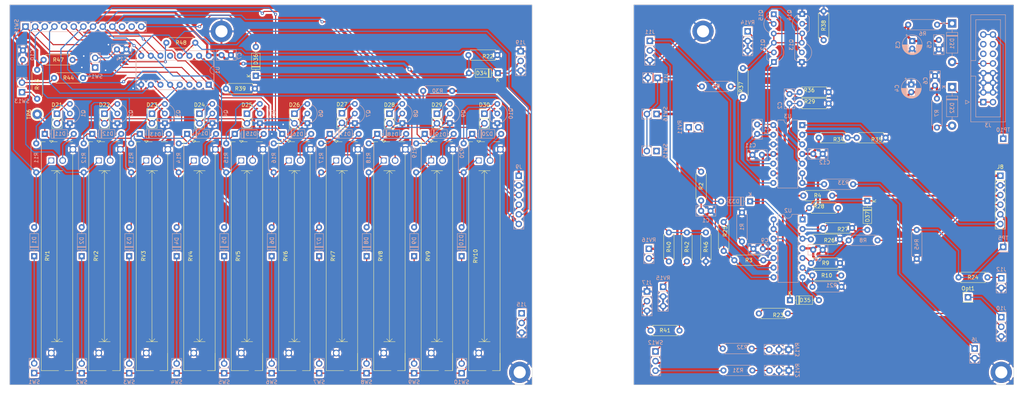
<source format=kicad_pcb>
(kicad_pcb (version 20221018) (generator pcbnew)

  (general
    (thickness 1.6)
  )

  (paper "A4")
  (title_block
    (title "Unseen Servant (Baby 10 Seq)")
  )

  (layers
    (0 "F.Cu" signal)
    (31 "B.Cu" signal)
    (32 "B.Adhes" user "B.Adhesive")
    (33 "F.Adhes" user "F.Adhesive")
    (34 "B.Paste" user)
    (35 "F.Paste" user)
    (36 "B.SilkS" user "B.Silkscreen")
    (37 "F.SilkS" user "F.Silkscreen")
    (38 "B.Mask" user)
    (39 "F.Mask" user)
    (40 "Dwgs.User" user "User.Drawings")
    (41 "Cmts.User" user "User.Comments")
    (42 "Eco1.User" user "User.Eco1")
    (43 "Eco2.User" user "User.Eco2")
    (44 "Edge.Cuts" user)
    (45 "Margin" user)
    (46 "B.CrtYd" user "B.Courtyard")
    (47 "F.CrtYd" user "F.Courtyard")
    (48 "B.Fab" user)
    (49 "F.Fab" user)
    (50 "User.1" user)
    (51 "User.2" user)
    (52 "User.3" user)
    (53 "User.4" user)
    (54 "User.5" user)
    (55 "User.6" user)
    (56 "User.7" user)
    (57 "User.8" user)
    (58 "User.9" user)
  )

  (setup
    (stackup
      (layer "F.SilkS" (type "Top Silk Screen"))
      (layer "F.Paste" (type "Top Solder Paste"))
      (layer "F.Mask" (type "Top Solder Mask") (thickness 0.01))
      (layer "F.Cu" (type "copper") (thickness 0.035))
      (layer "dielectric 1" (type "core") (thickness 1.51) (material "FR4") (epsilon_r 4.5) (loss_tangent 0.02))
      (layer "B.Cu" (type "copper") (thickness 0.035))
      (layer "B.Mask" (type "Bottom Solder Mask") (thickness 0.01))
      (layer "B.Paste" (type "Bottom Solder Paste"))
      (layer "B.SilkS" (type "Bottom Silk Screen"))
      (copper_finish "None")
      (dielectric_constraints no)
    )
    (pad_to_mask_clearance 0)
    (pcbplotparams
      (layerselection 0x00010fc_ffffffff)
      (plot_on_all_layers_selection 0x0000000_00000000)
      (disableapertmacros false)
      (usegerberextensions false)
      (usegerberattributes true)
      (usegerberadvancedattributes true)
      (creategerberjobfile true)
      (dashed_line_dash_ratio 12.000000)
      (dashed_line_gap_ratio 3.000000)
      (svgprecision 6)
      (plotframeref false)
      (viasonmask false)
      (mode 1)
      (useauxorigin false)
      (hpglpennumber 1)
      (hpglpenspeed 20)
      (hpglpendiameter 15.000000)
      (dxfpolygonmode true)
      (dxfimperialunits true)
      (dxfusepcbnewfont true)
      (psnegative false)
      (psa4output false)
      (plotreference true)
      (plotvalue true)
      (plotinvisibletext false)
      (sketchpadsonfab false)
      (subtractmaskfromsilk false)
      (outputformat 1)
      (mirror false)
      (drillshape 0)
      (scaleselection 1)
      (outputdirectory "./")
    )
  )

  (net 0 "")
  (net 1 "Net-(U2C--)")
  (net 2 "-12V")
  (net 3 "Net-(D1-K)")
  (net 4 "Net-(D1-A)")
  (net 5 "Net-(D2-K)")
  (net 6 "Net-(D2-A)")
  (net 7 "Net-(D3-K)")
  (net 8 "Net-(D3-A)")
  (net 9 "Net-(D4-K)")
  (net 10 "Net-(D4-A)")
  (net 11 "Net-(D5-K)")
  (net 12 "Net-(D5-A)")
  (net 13 "Net-(D6-K)")
  (net 14 "Net-(D6-A)")
  (net 15 "Net-(D7-K)")
  (net 16 "Net-(D7-A)")
  (net 17 "Net-(D8-K)")
  (net 18 "Net-(D8-A)")
  (net 19 "Net-(D9-K)")
  (net 20 "Net-(D9-A)")
  (net 21 "Net-(D10-K)")
  (net 22 "Net-(D10-A)")
  (net 23 "Net-(D11-A)")
  (net 24 "Net-(D12-A)")
  (net 25 "Net-(D13-A)")
  (net 26 "Net-(D14-A)")
  (net 27 "Net-(D15-A)")
  (net 28 "Net-(D16-A)")
  (net 29 "Net-(D17-A)")
  (net 30 "Net-(D18-A)")
  (net 31 "Net-(D19-A)")
  (net 32 "Net-(D20-A)")
  (net 33 "Net-(D21-K)")
  (net 34 "Net-(D21-A)")
  (net 35 "Net-(D22-K)")
  (net 36 "Net-(D23-K)")
  (net 37 "Net-(D24-K)")
  (net 38 "Net-(D25-K)")
  (net 39 "Net-(D27-K)")
  (net 40 "Net-(D28-K)")
  (net 41 "Net-(R2-Pad1)")
  (net 42 "Net-(D29-K)")
  (net 43 "Net-(D30-K)")
  (net 44 "Net-(D31-K)")
  (net 45 "Net-(D32-K)")
  (net 46 "Net-(D33-K)")
  (net 47 "Net-(R31-Pad1)")
  (net 48 "GND")
  (net 49 "unconnected-(SW11-Pad11)")
  (net 50 "unconnected-(SW11-Pad12)")
  (net 51 "Net-(D35-K)")
  (net 52 "unconnected-(J3-Pin_11-Pad11)")
  (net 53 "unconnected-(J3-Pin_12-Pad12)")
  (net 54 "unconnected-(J3-Pin_13-Pad13)")
  (net 55 "unconnected-(J3-Pin_14-Pad14)")
  (net 56 "Net-(Q1-B)")
  (net 57 "Net-(R25-Pad2)")
  (net 58 "Net-(R32-Pad1)")
  (net 59 "Net-(Q2-B)")
  (net 60 "Net-(C2-Pad1)")
  (net 61 "Net-(Q3-B)")
  (net 62 "Net-(D26-K)")
  (net 63 "Net-(Q4-B)")
  (net 64 "Net-(D31-A)")
  (net 65 "Net-(Q5-B)")
  (net 66 "Net-(D32-A)")
  (net 67 "Net-(Q6-B)")
  (net 68 "Net-(Q7-B)")
  (net 69 "Net-(D35-A)")
  (net 70 "Net-(Q8-B)")
  (net 71 "Net-(D36-A)")
  (net 72 "Net-(Q9-B)")
  (net 73 "Net-(D37-A)")
  (net 74 "Net-(Q10-B)")
  (net 75 "Net-(Q12-C)")
  (net 76 "Net-(U2A--)")
  (net 77 "Net-(U2B--)")
  (net 78 "Net-(SW12-A)")
  (net 79 "Net-(U2D--)")
  (net 80 "unconnected-(U1-Cout-Pad12)")
  (net 81 "Net-(SW14-B)")
  (net 82 "Net-(U3A-+)")
  (net 83 "RESET_IN")
  (net 84 "PIN_3_T")
  (net 85 "CLK_IN")
  (net 86 "PIN_5_B")
  (net 87 "PIN_3_B")
  (net 88 "PIN_4_B")
  (net 89 "PIN_4_T")
  (net 90 "PIN_5_T")
  (net 91 "GATE_OUT")
  (net 92 "Net-(C10-Pad1)")
  (net 93 "CLK_OUT")
  (net 94 "CASC_OUT")
  (net 95 "Net-(R43-Pad1)")
  (net 96 "CV_OUT")
  (net 97 "Net-(U3B-+)")
  (net 98 "Net-(SW12-C)")
  (net 99 "CLK_IN_N")
  (net 100 "Net-(U3A--)")
  (net 101 "Net-(J17-Pin_2)")
  (net 102 "Net-(Q12-B)")
  (net 103 "Net-(Q12-E)")
  (net 104 "Net-(Q13-B)")
  (net 105 "Net-(Q14-B)")
  (net 106 "SEQ_LV")
  (net 107 "Net-(U3B--)")
  (net 108 "PIN_6_B")
  (net 109 "PIN_6_T")
  (net 110 "+12V")
  (net 111 "Net-(R37-Pad2)")
  (net 112 "Net-(R40-Pad2)")
  (net 113 "Net-(R41-Pad1)")
  (net 114 "Net-(J3-Pin_15)")
  (net 115 "Net-(J10-Pin_1)")
  (net 116 "unconnected-(J15-Pin_1-Pad1)")
  (net 117 "unconnected-(SW15-A-Pad1)")
  (net 118 "Net-(D34-K)")
  (net 119 "Net-(SW14-A)")

  (footprint "SynthMages:SLIDE_POT_0547" (layer "F.Cu") (at 65.96 81.171374 -90))

  (footprint "Resistor_THT:R_Axial_DIN0207_L6.3mm_D2.5mm_P7.62mm_Horizontal" (layer "F.Cu") (at 199.25 74.94 -90))

  (footprint "SynthMages:SLIDE_POT_0547" (layer "F.Cu") (at 28.46 81.171374 -90))

  (footprint "Resistor_THT:R_Axial_DIN0207_L6.3mm_D2.5mm_P7.62mm_Horizontal" (layer "F.Cu") (at 209 31.69 -90))

  (footprint "Connector_PinHeader_2.54mm:PinHeader_1x02_P2.54mm_Vertical" (layer "F.Cu") (at 53.46 43.671374))

  (footprint "Resistor_THT:R_Axial_DIN0207_L6.3mm_D2.5mm_P7.62mm_Horizontal" (layer "F.Cu") (at 226.44 68.5))

  (footprint "Resistor_THT:R_Axial_DIN0207_L6.3mm_D2.5mm_P7.62mm_Horizontal" (layer "F.Cu") (at 32.56 29.5 180))

  (footprint "Resistor_THT:R_Axial_DIN0207_L6.3mm_D2.5mm_P7.62mm_Horizontal" (layer "F.Cu") (at 203.94 72.19 -90))

  (footprint "TestPoint:TestPoint_THTPad_D2.5mm_Drill1.2mm" (layer "F.Cu") (at 23.25 43.831374 90))

  (footprint "Diode_THT:D_DO-35_SOD27_P7.62mm_Horizontal" (layer "F.Cu") (at 80.79 33.698626 90))

  (footprint "Resistor_THT:R_Axial_DIN0207_L6.3mm_D2.5mm_P7.62mm_Horizontal" (layer "F.Cu") (at 198 58.94 -90))

  (footprint "Resistor_THT:R_Axial_DIN0207_L6.3mm_D2.5mm_P7.62mm_Horizontal" (layer "F.Cu") (at 234.5 76.75 180))

  (footprint "Resistor_THT:R_Axial_DIN0207_L6.3mm_D2.5mm_P7.62mm_Horizontal" (layer "F.Cu") (at 80.54 37.078626 180))

  (footprint "MountingHole:MountingHole_3.2mm_M3_DIN965_Pad" (layer "F.Cu") (at 150.25 111.75))

  (footprint "Connector_PinHeader_2.54mm:PinHeader_1x02_P2.54mm_Vertical" (layer "F.Cu") (at 65.96 43.671374))

  (footprint "Resistor_THT:R_Axial_DIN0207_L6.3mm_D2.5mm_P7.62mm_Horizontal" (layer "F.Cu") (at 231.56 38 180))

  (footprint "SynthMages:SLIDE_POT_0547" (layer "F.Cu") (at 90.96 81.171374 -90))

  (footprint "Resistor_THT:R_Axial_DIN0207_L6.3mm_D2.5mm_P7.62mm_Horizontal" (layer "F.Cu") (at 230.25 24.31 90))

  (footprint "Connector_PinHeader_2.54mm:PinHeader_1x02_P2.54mm_Vertical" (layer "F.Cu") (at 90.96 43.671374))

  (footprint "SynthMages:SLIDE_POT_0547" (layer "F.Cu") (at 40.96 81.171374 -90))

  (footprint "Resistor_THT:R_Axial_DIN0207_L6.3mm_D2.5mm_P7.62mm_Horizontal" (layer "F.Cu") (at 189.5 74.94 -90))

  (footprint "Connector_PinHeader_2.54mm:PinHeader_1x02_P2.54mm_Vertical" (layer "F.Cu") (at 140.96 43.671374))

  (footprint "Resistor_THT:R_Axial_DIN0207_L6.3mm_D2.5mm_P7.62mm_Horizontal" (layer "F.Cu") (at 231.56 41 180))

  (footprint "Connector_PinHeader_2.54mm:PinHeader_1x01_P2.54mm_Vertical" (layer "F.Cu") (at 268.25 92))

  (footprint "Resistor_THT:R_Axial_DIN0207_L6.3mm_D2.5mm_P7.62mm_Horizontal" (layer "F.Cu") (at 206.75 82.25))

  (footprint "Resistor_THT:R_Axial_DIN0207_L6.3mm_D2.5mm_P7.62mm_Horizontal" (layer "F.Cu") (at 35.31 34.25 180))

  (footprint "SynthMages:SLIDE_POT_0547" (layer "F.Cu") (at 115.96 81.171374 -90))

  (footprint "Resistor_THT:R_Axial_DIN0207_L6.3mm_D2.5mm_P7.62mm_Horizontal" (layer "F.Cu") (at 234.56 83 180))

  (footprint "Resistor_THT:R_Axial_DIN0207_L6.3mm_D2.5mm_P7.62mm_Horizontal" (layer "F.Cu") (at 265.75 86.75))

  (footprint "Connector_PinHeader_2.54mm:PinHeader_1x02_P2.54mm_Vertical" (layer "F.Cu") (at 128.46 43.671374))

  (footprint "Resistor_THT:R_Axial_DIN0207_L6.3mm_D2.5mm_P7.62mm_Horizontal" (layer "F.Cu") (at 228.94 50))

  (footprint "Connector_PinHeader_2.54mm:PinHeader_1x02_P2.54mm_Vertical" (layer "F.Cu") (at 78.46 43.671374))

  (footprint "Resistor_THT:R_Axial_DIN0207_L6.3mm_D2.5mm_P7.62mm_Horizontal" (layer "F.Cu") (at 237.75 73.75 180))

  (footprint "Resistor_THT:R_Axial_DIN0207_L6.3mm_D2.5mm_P7.62mm_Horizontal" (layer "F.Cu") (at 246.56 50 180))

  (footprint "Diode_THT:D_DO-35_SOD27_P7.62mm_Horizontal" (layer "F.Cu") (at 221.38 92.75))

  (footprint "Resistor_THT:R_Axial_DIN0207_L6.3mm_D2.5mm_P7.62mm_Horizontal" (layer "F.Cu") (at 144.37 28.25 180))

  (footprint "Resistor_THT:R_Axial_DIN0207_L6.3mm_D2.5mm_P7.62mm_Horizontal" (layer "F.Cu") (at 192.31 100.75 180))

  (footprint "Resistor_THT:R_Axial_DIN0207_L6.3mm_D2.5mm_P7.62mm_Horizontal" (layer "F.Cu") (at 64.87 25 180))

  (footprint "MountingHole:MountingHole_3.2mm_M3_DIN965_Pad" (layer "F.Cu") (at 71.75 22 45))

  (footprint "Resistor_THT:R_Axial_DIN0207_L6.3mm_D2.5mm_P7.62mm_Horizontal" (layer "F.Cu") (at 220.81 96.25 180))

  (footprint "Connector_PinHeader_2.54mm:PinHeader_1x02_P2.54mm_Vertical" (layer "F.Cu") (at 28.46 43.671374))

  (footprint "Resistor_THT:R_Axial_DIN0207_L6.3mm_D2.5mm_P7.62mm_Horizontal" (layer "F.Cu") (at 224.88 65.25))

  (footprint "Resistor_THT:R_Axial_DIN0207_L6.3mm_D2.5mm_P7.62mm_Horizontal" (layer "F.Cu") (at 194.25 74.94 -90))

  (footprint "Connector_PinHeader_2.54mm:PinHeader_1x02_P2.54mm_Vertical" (layer "F.Cu") (at 115.96 43.671374))

  (footprint "SynthMages:SLIDE_POT_0547" locked (layer "F.Cu")
    (tstamp c616b747-c6fe-4ab9-89c8-e3b3d03c2fd0)
    (at 78.46 81.171374 -90)
    (descr "Bourns single-gang slide potentiometer, 45.0mm travel, https://www.bourns.com/docs/Product-Datasheets/pta.pdf")
    (tags "Bourns single-gang slide potentiometer 45.0mm")
    (property "Sheetfile" "Unseen Servant.kicad_sch")
    (property "Sheetname" "")
    (property "ki_description" "Potentiometer with a mounting pin")
    (property "ki_keywords" "resistor variable")
    (path "/f6167992-35a9-4e7f-98ca-e3c0979e35a5")
    (attr through_hole)
    (fp_text reference "RV5" (at 0 2.34 90) (layer "F.SilkS")
        (effects (font (size 1 1) (thickness 0.15)))
      (tstamp b9faed22-e779-4d75-94d5-d0579fe030b9)
    )
    (fp_text value "Stp Lvl 5" (at 0 -1.94 90) (layer "F.Fab")
        (effects (font (size 1 1) (thickness 0.15)))
      (tstamp b976aa36-ca46-4dca-8bd7-b814bf433c29)
    )
    (fp_text user "${REFERENCE}" (at 0 2.34 90) (layer "F.Fab")
        (effects (font (size 1 1) (thickness 0.15)))
      (tstamp def8796b-7b98-4dcb-a628-61093beac73a)
    )
    (fp_line (start -30.4 1) (end -30.4 2)
      (stroke (width 0.12) (type solid)) (layer "F.SilkS") (tstamp 44b6c31f-5591-47f3-9b95-4c4219449e43))
    (fp_line (start -30.4 2) (end -29.9 1.5)
      (stroke (width 0.12) (type solid)) (layer "F.SilkS") (tstamp 0226430d-85ca-48a8-b58a-43f624cb59da))
    (fp_line (start -30.12 -4.124122) (end -30.12 -2.429122)
      (stroke (width 0.12) (type solid)) (layer "F.SilkS") (tstamp 4e279dc4-654a-4c06-958b-6938c045977b))
    (fp_line (start -30.12 -0.079122) (end -30.12 1.423878)
      (stroke (width 0.12) (type solid)) (layer "F.SilkS") (tstamp d7bce5e7-4d50-4944-8375-61917c20b145))
    (fp_line (start -30.12 3.068878) (end -30.12 4.124121)
      (stroke (width 0.12) (type solid)) (layer "F.SilkS") (tstamp 33dc28ec-d556-4607-b9dc-a8d821b14a18))
    (fp_line (start -30.12 4.15) (end 30.12 4.15)
      (stroke (width 0.12) (type solid)) (layer "F.SilkS") (tstamp b87f5b3c-e1ce-4a6f-ac25-8ed65e4c2ece))
    (fp_line (start -29.9 1.5) (end -30.4 1)
      (stroke (width 0.12) (type solid)) (layer "F.SilkS") (tstamp 58e9d47f-4bf2-42b9-9e96-effc56ff180f))
    (fp_line (start -27 -4.124122) (end 30.12 -4.124122)
      (stroke (width 0.12) (type solid)) (layer "F.SilkS") (tstamp 580a91ed-7e25-4ae1-8fb9-a16a6221dc22))
    (fp_line (start -22.5 -1.5) (end -22.5 1.5)
      (stroke (width 0.12) (type solid)) (layer "F.SilkS") (tstamp 5abcc618-7c26-4a0a-8950-2d6d0706768c))
    (fp_line (start -22.5 0) (end -21.75 0.75)
      (stroke (width 0.12) (type solid)) (layer "F.SilkS") (tstamp 5d1ceaad-1bd1-4768-ac84-454de4b44bb3))
    (fp_line (start -22.5 0) (end 22.5 0)
      (stroke (width 0.12) (type solid)) (layer "F.SilkS") (tstamp 4eef20c7-525f-4cca-8415-e46b6b19169a))
    (fp_line (start -21.75 -0.75) (end -22.5 0)
      (stroke (width 0.12) (type solid)) (layer "F.SilkS") (tstamp fa830a6a-0296-4786-a192-1b218d1bf416))
    (fp_line (start 21.75 -0.75) (end 22.5 0)
      (stroke (width 0.12) (type solid)) (layer "F.SilkS") (tstamp fc0d492d-2fd8-4acb-82b6-c83c6816df94))
    (fp_line (start 22.5 -1.5) (end 22.5 1.5)
      (stroke (width 0.12) (type solid)) (layer "F.SilkS") (tstamp 961d24ff-4362-4a70-99e0-791dbc536cb0))
    (fp_line (start 22.5 0) (end 21.75 0.75)
      (stroke (width 0.12) (type solid)) (layer "F.SilkS") (tstamp 7f31c18f-8b84-4114-bad6-898b28ae2969))
    (fp_line (start 25.536 -4.124122) (end 30.12 -4.124122)
      (stroke (width 0.12) (type solid)) (layer "F.SilkS") (tstamp c9b5d1a8-271f-492a-9f0f-28c6db3930ba))
    (fp_line (start 30.12 -4.124122) (end 30.12 -2.077122)
      (stroke (width 0.12) (type solid)) (layer "F.SilkS") (tstamp 7fbc4a59-e09b-404f-abc9-7b108ec2a3a0))
    (fp_line (start 30.12 -0.431122) (end 30.12 4.124121)
      (stroke (width 0.12) (type solid)) (layer "F.SilkS") (tstamp 7b7043bc-5e27-442a-a402-68615a1a9232))
    (fp_line (start -30.5 -4.504122) (end -30.5 4.382747)
      (stroke (width 0.05) (type solid)) (layer "F.CrtYd") (tstamp 1c4ff86e-ea80-48ed-8437-46eb448c6ff6))
    (fp_line (start -30.5 4.382747) (end 30.5 4.382747)
      (stroke (width 0.05) (type solid)) (layer "F.CrtYd") (tstamp 4cee3857-02bb-4c34-8be7-de0f687ecaaa))
    (fp_line (start 30.5 -4.504122) (end -30.5 -4.504122)
      (stroke (width 0.05) (type solid)) (layer "F.CrtYd") (tstamp 1918c063-a3eb-4fd8-a489-e7d69c538c43
... [2403676 chars truncated]
</source>
